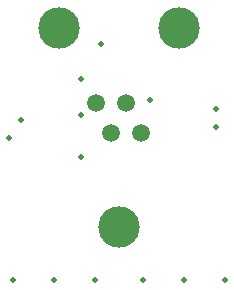
<source format=gbs>
%FSLAX46Y46*%
%MOMM*%
%AMPS12*
1,1,1.500000,0.000000,0.000000*
%
%ADD12PS12*%
%AMPS13*
1,1,0.500000,0.000000,0.000000*
%
%ADD13PS13*%
%AMPS11*
1,1,3.500000,0.000000,0.000000*
%
%ADD11PS11*%
%AMPS10*
1,1,3.500000,0.000000,0.000000*
%
%ADD10PS10*%
G01*
G01*
%LPD*%
G75*
D10*
X0Y0D03*
D11*
X5080000Y16875000D03*
D12*
X1905000Y7985000D03*
D12*
X-1905000Y10525000D03*
D12*
X-635000Y7985000D03*
D11*
X-5080000Y16875000D03*
D12*
X635000Y10525000D03*
D13*
X-3175000Y12557000D03*
D13*
X-3175000Y5953000D03*
D13*
X9000000Y-4500000D03*
D13*
X2667000Y10779000D03*
D13*
X8255000Y8493000D03*
D13*
X5500000Y-4500000D03*
D13*
X8255000Y10017000D03*
D13*
X-3175000Y9509000D03*
D13*
X-1524000Y15478000D03*
D13*
X-8255000Y9017000D03*
D13*
X-5500000Y-4500000D03*
D13*
X-9000000Y-4500000D03*
D13*
X-2000000Y-4500000D03*
D13*
X2000000Y-4500000D03*
D13*
X-9349995Y7493000D03*
M02*

</source>
